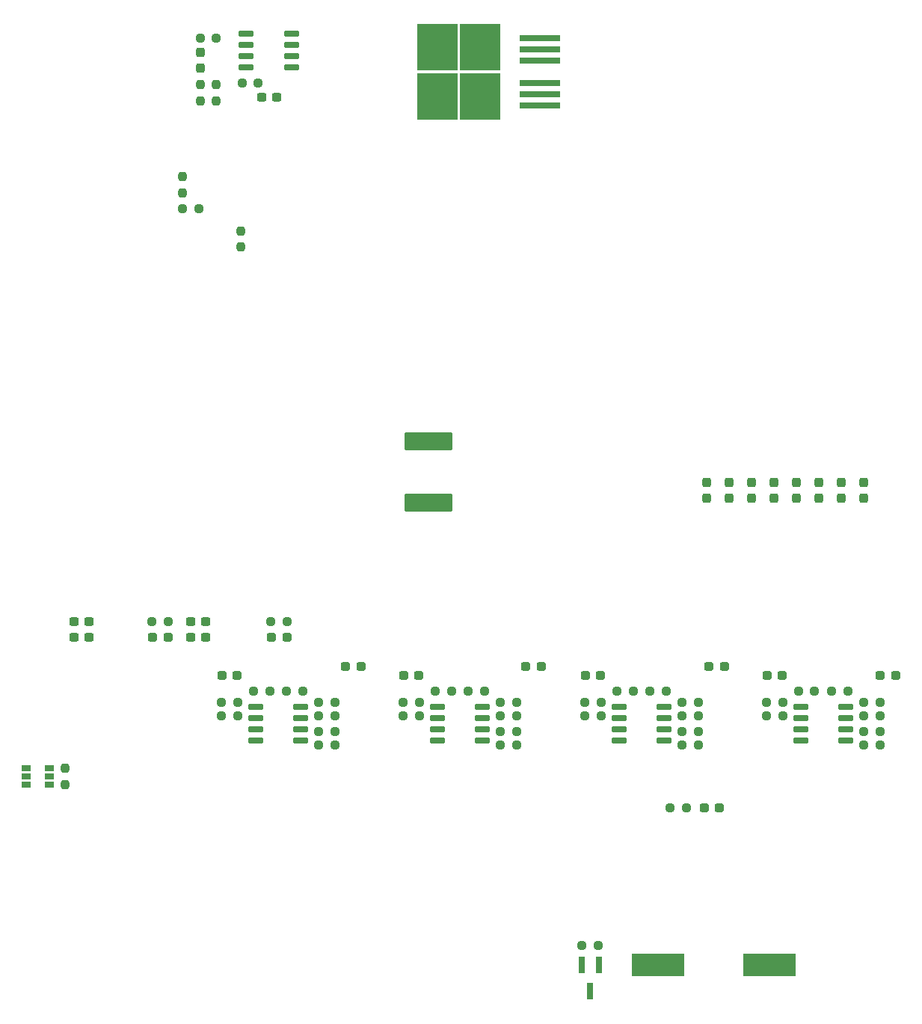
<source format=gtp>
G04 #@! TF.GenerationSoftware,KiCad,Pcbnew,(6.0.8)*
G04 #@! TF.CreationDate,2022-10-20T17:13:59-05:00*
G04 #@! TF.ProjectId,2022Rev3,32303232-5265-4763-932e-6b696361645f,rev?*
G04 #@! TF.SameCoordinates,Original*
G04 #@! TF.FileFunction,Paste,Top*
G04 #@! TF.FilePolarity,Positive*
%FSLAX46Y46*%
G04 Gerber Fmt 4.6, Leading zero omitted, Abs format (unit mm)*
G04 Created by KiCad (PCBNEW (6.0.8)) date 2022-10-20 17:13:59*
%MOMM*%
%LPD*%
G01*
G04 APERTURE LIST*
G04 Aperture macros list*
%AMRoundRect*
0 Rectangle with rounded corners*
0 $1 Rounding radius*
0 $2 $3 $4 $5 $6 $7 $8 $9 X,Y pos of 4 corners*
0 Add a 4 corners polygon primitive as box body*
4,1,4,$2,$3,$4,$5,$6,$7,$8,$9,$2,$3,0*
0 Add four circle primitives for the rounded corners*
1,1,$1+$1,$2,$3*
1,1,$1+$1,$4,$5*
1,1,$1+$1,$6,$7*
1,1,$1+$1,$8,$9*
0 Add four rect primitives between the rounded corners*
20,1,$1+$1,$2,$3,$4,$5,0*
20,1,$1+$1,$4,$5,$6,$7,0*
20,1,$1+$1,$6,$7,$8,$9,0*
20,1,$1+$1,$8,$9,$2,$3,0*%
G04 Aperture macros list end*
%ADD10RoundRect,0.237500X-0.250000X-0.237500X0.250000X-0.237500X0.250000X0.237500X-0.250000X0.237500X0*%
%ADD11R,0.800000X1.900000*%
%ADD12RoundRect,0.237500X-0.237500X0.250000X-0.237500X-0.250000X0.237500X-0.250000X0.237500X0.250000X0*%
%ADD13RoundRect,0.150000X0.725000X0.150000X-0.725000X0.150000X-0.725000X-0.150000X0.725000X-0.150000X0*%
%ADD14RoundRect,0.237500X0.250000X0.237500X-0.250000X0.237500X-0.250000X-0.237500X0.250000X-0.237500X0*%
%ADD15RoundRect,0.237500X0.237500X-0.287500X0.237500X0.287500X-0.237500X0.287500X-0.237500X-0.287500X0*%
%ADD16R,6.000000X2.500000*%
%ADD17RoundRect,0.237500X0.287500X0.237500X-0.287500X0.237500X-0.287500X-0.237500X0.287500X-0.237500X0*%
%ADD18RoundRect,0.237500X-0.287500X-0.237500X0.287500X-0.237500X0.287500X0.237500X-0.287500X0.237500X0*%
%ADD19RoundRect,0.237500X-0.300000X-0.237500X0.300000X-0.237500X0.300000X0.237500X-0.300000X0.237500X0*%
%ADD20RoundRect,0.237500X0.300000X0.237500X-0.300000X0.237500X-0.300000X-0.237500X0.300000X-0.237500X0*%
%ADD21RoundRect,0.250001X-2.474999X0.799999X-2.474999X-0.799999X2.474999X-0.799999X2.474999X0.799999X0*%
%ADD22RoundRect,0.237500X0.237500X-0.250000X0.237500X0.250000X-0.237500X0.250000X-0.237500X-0.250000X0*%
%ADD23R,4.600000X0.800000*%
%ADD24R,4.550000X5.250000*%
%ADD25R,1.000000X0.700000*%
%ADD26RoundRect,0.150000X-0.725000X-0.150000X0.725000X-0.150000X0.725000X0.150000X-0.725000X0.150000X0*%
G04 APERTURE END LIST*
D10*
X230632000Y-126746000D03*
X232457000Y-126746000D03*
D11*
X208026000Y-157734000D03*
X206126000Y-157734000D03*
X207076000Y-160734000D03*
D10*
X213856000Y-126746000D03*
X215681000Y-126746000D03*
D12*
X162941000Y-58119000D03*
X162941000Y-59944000D03*
D10*
X172708000Y-126746000D03*
X174533000Y-126746000D03*
D13*
X236036000Y-132334000D03*
X236036000Y-131064000D03*
X236036000Y-129794000D03*
X236036000Y-128524000D03*
X230886000Y-128524000D03*
X230886000Y-129794000D03*
X230886000Y-131064000D03*
X230886000Y-132334000D03*
D12*
X164719000Y-58119000D03*
X164719000Y-59944000D03*
D10*
X176311000Y-129540000D03*
X178136000Y-129540000D03*
D14*
X208315000Y-129540000D03*
X206490000Y-129540000D03*
D10*
X157433000Y-118872000D03*
X159258000Y-118872000D03*
D14*
X198710000Y-128016000D03*
X196885000Y-128016000D03*
X178136000Y-128016000D03*
X176311000Y-128016000D03*
D13*
X194888000Y-132334000D03*
X194888000Y-131064000D03*
X194888000Y-129794000D03*
X194888000Y-128524000D03*
X189738000Y-128524000D03*
X189738000Y-129794000D03*
X189738000Y-131064000D03*
X189738000Y-132334000D03*
D15*
X227838000Y-104902000D03*
X227838000Y-103152000D03*
D16*
X227330000Y-157734000D03*
X214730000Y-157734000D03*
D17*
X228826000Y-124968000D03*
X227076000Y-124968000D03*
D10*
X193282000Y-126746000D03*
X195107000Y-126746000D03*
D15*
X222758000Y-104902000D03*
X222758000Y-103152000D03*
D10*
X238033000Y-132842000D03*
X239858000Y-132842000D03*
X227064000Y-128016000D03*
X228889000Y-128016000D03*
X217459000Y-132842000D03*
X219284000Y-132842000D03*
X165342000Y-128016000D03*
X167167000Y-128016000D03*
D15*
X235458000Y-104902000D03*
X235458000Y-103152000D03*
D14*
X239858000Y-128016000D03*
X238033000Y-128016000D03*
D18*
X220500000Y-123952000D03*
X222250000Y-123952000D03*
D10*
X206490000Y-128016000D03*
X208315000Y-128016000D03*
X238033000Y-129540000D03*
X239858000Y-129540000D03*
D15*
X230378000Y-104902000D03*
X230378000Y-103152000D03*
D18*
X179352000Y-123952000D03*
X181102000Y-123952000D03*
D10*
X170895000Y-118872000D03*
X172720000Y-118872000D03*
D14*
X217932000Y-139954000D03*
X216107000Y-139954000D03*
D10*
X176311000Y-132842000D03*
X178136000Y-132842000D03*
D15*
X225298000Y-104902000D03*
X225298000Y-103152000D03*
D19*
X161798000Y-118872000D03*
X163523000Y-118872000D03*
X148590000Y-118872000D03*
X150315000Y-118872000D03*
D14*
X162734000Y-72136000D03*
X160909000Y-72136000D03*
D20*
X171577000Y-59563000D03*
X169852000Y-59563000D03*
D21*
X188722000Y-98460000D03*
X188722000Y-105410000D03*
D14*
X207946000Y-155575000D03*
X206121000Y-155575000D03*
D15*
X237998000Y-104902000D03*
X237998000Y-103152000D03*
D14*
X239858000Y-131318000D03*
X238033000Y-131318000D03*
X219284000Y-128016000D03*
X217459000Y-128016000D03*
D10*
X196885000Y-132842000D03*
X198710000Y-132842000D03*
D22*
X147574000Y-137310500D03*
X147574000Y-135485500D03*
D17*
X208252000Y-124968000D03*
X206502000Y-124968000D03*
D15*
X162941000Y-56233000D03*
X162941000Y-54483000D03*
D14*
X228889000Y-129540000D03*
X227064000Y-129540000D03*
D10*
X185916000Y-128016000D03*
X187741000Y-128016000D03*
D23*
X201355000Y-60452000D03*
D24*
X194630000Y-59417000D03*
X189780000Y-59417000D03*
X194630000Y-53867000D03*
X189780000Y-53867000D03*
D23*
X201355000Y-54102000D03*
X201355000Y-57912000D03*
X201355000Y-55372000D03*
X201355000Y-59182000D03*
X201355000Y-52832000D03*
D14*
X178136000Y-131318000D03*
X176311000Y-131318000D03*
D22*
X160909000Y-70358000D03*
X160909000Y-68533000D03*
D10*
X210093000Y-126746000D03*
X211918000Y-126746000D03*
D25*
X145826000Y-137348000D03*
X145826000Y-136398000D03*
X145826000Y-135448000D03*
X143226000Y-135448000D03*
X143226000Y-136398000D03*
X143226000Y-137348000D03*
D13*
X174314000Y-132334000D03*
X174314000Y-131064000D03*
X174314000Y-129794000D03*
X174314000Y-128524000D03*
X169164000Y-128524000D03*
X169164000Y-129794000D03*
X169164000Y-131064000D03*
X169164000Y-132334000D03*
D14*
X187741000Y-129540000D03*
X185916000Y-129540000D03*
D10*
X217459000Y-129540000D03*
X219284000Y-129540000D03*
D14*
X219284000Y-131318000D03*
X217459000Y-131318000D03*
D26*
X168113000Y-52324000D03*
X168113000Y-53594000D03*
X168113000Y-54864000D03*
X168113000Y-56134000D03*
X173263000Y-56134000D03*
X173263000Y-54864000D03*
X173263000Y-53594000D03*
X173263000Y-52324000D03*
D17*
X221714000Y-139954000D03*
X219964000Y-139954000D03*
X159258000Y-120650000D03*
X157508000Y-120650000D03*
D10*
X189519000Y-126746000D03*
X191344000Y-126746000D03*
D14*
X167167000Y-129540000D03*
X165342000Y-129540000D03*
D18*
X239917000Y-124968000D03*
X241667000Y-124968000D03*
D15*
X220218000Y-104902000D03*
X220218000Y-103152000D03*
D10*
X167640000Y-57912000D03*
X169465000Y-57912000D03*
X196885000Y-129540000D03*
X198710000Y-129540000D03*
D17*
X172720000Y-120650000D03*
X170970000Y-120650000D03*
D15*
X232918000Y-104902000D03*
X232918000Y-103152000D03*
D18*
X199785000Y-123952000D03*
X201535000Y-123952000D03*
D19*
X148590000Y-120650000D03*
X150315000Y-120650000D03*
D14*
X198710000Y-131318000D03*
X196885000Y-131318000D03*
D19*
X161798000Y-120650000D03*
X163523000Y-120650000D03*
D10*
X234395000Y-126746000D03*
X236220000Y-126746000D03*
X168945000Y-126746000D03*
X170770000Y-126746000D03*
X162894000Y-52832000D03*
X164719000Y-52832000D03*
D17*
X167104000Y-124968000D03*
X165354000Y-124968000D03*
X187678000Y-124968000D03*
X185928000Y-124968000D03*
D13*
X215462000Y-132334000D03*
X215462000Y-131064000D03*
X215462000Y-129794000D03*
X215462000Y-128524000D03*
X210312000Y-128524000D03*
X210312000Y-129794000D03*
X210312000Y-131064000D03*
X210312000Y-132334000D03*
D12*
X167489500Y-74676000D03*
X167489500Y-76501000D03*
M02*

</source>
